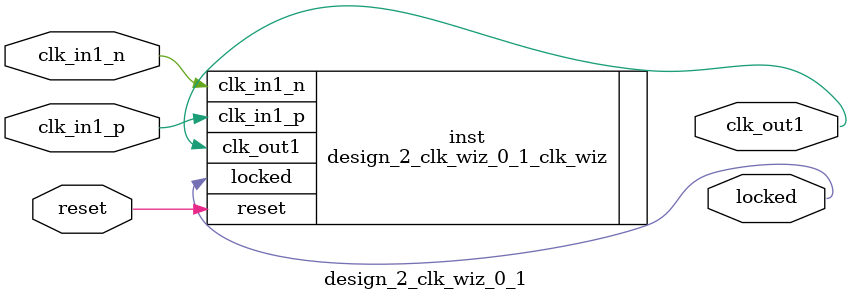
<source format=v>


`timescale 1ps/1ps

(* CORE_GENERATION_INFO = "design_2_clk_wiz_0_1,clk_wiz_v5_3_3_0,{component_name=design_2_clk_wiz_0_1,use_phase_alignment=true,use_min_o_jitter=false,use_max_i_jitter=false,use_dyn_phase_shift=false,use_inclk_switchover=false,use_dyn_reconfig=false,enable_axi=0,feedback_source=FDBK_AUTO,PRIMITIVE=MMCM,num_out_clk=1,clkin1_period=8.0,clkin2_period=10.0,use_power_down=false,use_reset=true,use_locked=true,use_inclk_stopped=false,feedback_type=SINGLE,CLOCK_MGR_TYPE=NA,manual_override=false}" *)

module design_2_clk_wiz_0_1 
 (
  // Clock out ports
  output        clk_out1,
  // Status and control signals
  input         reset,
  output        locked,
 // Clock in ports
  input         clk_in1_p,
  input         clk_in1_n
 );

  design_2_clk_wiz_0_1_clk_wiz inst
  (
  // Clock out ports  
  .clk_out1(clk_out1),
  // Status and control signals               
  .reset(reset), 
  .locked(locked),
 // Clock in ports
  .clk_in1_p(clk_in1_p),
  .clk_in1_n(clk_in1_n)
  );

endmodule

</source>
